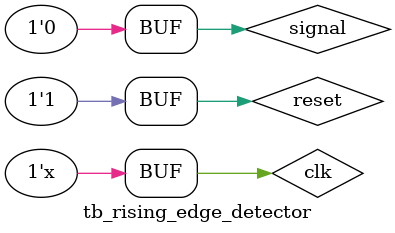
<source format=v>
`timescale 1ns / 1ps


module tb_rising_edge_detector;

    reg clk;
    reg signal;
    reg reset;
    
    wire outedge;
    
    rising_edge_detector ul(
    .clk(clk),
    .signal(signal),
    .reset(reset),
    .outedge(outedge)
    );
    
    //gonna test the states
    
initial 
    
    begin
    
    clk = 0;
    reset = 0;
    signal = 0;
    #40
    
    //setting it to the initial state 
    reset = 1;
    signal = 0;
    #40
    
    reset = 0;
    signal = 0;
    #40
    
    //from inital state 00 
    //should go to 01, outputs 1 
    signal = 1;
    #40
    
    //from 01 should go back to 00 
    signal = 0;
    #40    

    //from 00 should go to 01, outputs 1
    signal = 1;
    #40
    
    //from 01 should go to 10, outputs 0
    signal = 1;
    #40    
    
    //stays at 10 outputs 0 
    signal = 1;
    #40    
    
    //from 10 should go to 00, outputs 0        
    signal = 0; 
    #40
    
    //should not output anything
    reset = 1;
    
    signal = 1;
    #40
    
    signal = 0;
    #40
    
    signal = 1;
    #40
    
    signal = 1;
    #40
    
    signal = 1;
    #40
    
    signal = 0;   
              
    end
    
always
    #5 clk = ~clk;

endmodule

</source>
